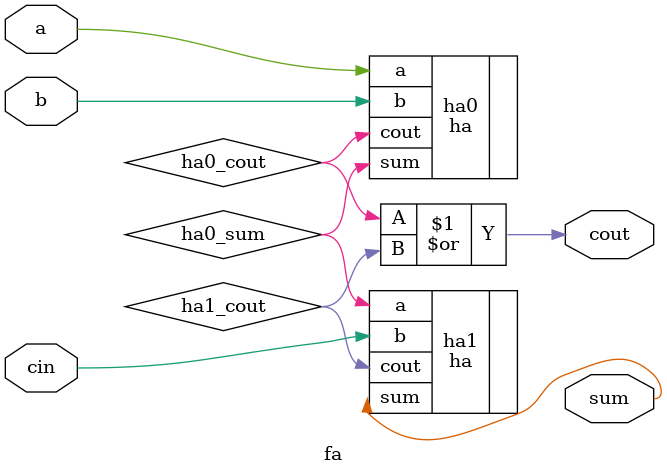
<source format=v>
module fa(
    input a,
    input b,
    input cin,
    output cout,
    output sum
);

    //assign sum = a ^ b ^ cin;
    //assign cout = (a & b) | (b & cin) | (a & cin);

    wire ha0_sum;
    wire ha0_cout;
    wire ha1_cout;

    ha ha0(.a(a), .b(b), .cout(ha0_cout), .sum(ha0_sum));
    ha ha1(.a(ha0_sum), .b(cin), .cout(ha1_cout), .sum(sum));

    or(cout, ha0_cout, ha1_cout);
endmodule
</source>
